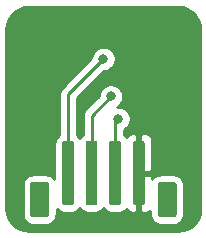
<source format=gbr>
G04 #@! TF.GenerationSoftware,KiCad,Pcbnew,5.1.5+dfsg1-2build2*
G04 #@! TF.CreationDate,2020-11-20T18:41:41+01:00*
G04 #@! TF.ProjectId,Lightdome_SensorPCB,4c696768-7464-46f6-9d65-5f53656e736f,1*
G04 #@! TF.SameCoordinates,Original*
G04 #@! TF.FileFunction,Copper,L2,Bot*
G04 #@! TF.FilePolarity,Positive*
%FSLAX46Y46*%
G04 Gerber Fmt 4.6, Leading zero omitted, Abs format (unit mm)*
G04 Created by KiCad (PCBNEW 5.1.5+dfsg1-2build2) date 2020-11-20 18:41:41*
%MOMM*%
%LPD*%
G04 APERTURE LIST*
%ADD10C,0.152400*%
%ADD11C,0.800000*%
%ADD12C,0.250000*%
%ADD13C,0.254000*%
G04 APERTURE END LIST*
G04 #@! TA.AperFunction,SMDPad,CuDef*
D10*
G36*
X149484504Y-94231204D02*
G01*
X149508773Y-94234804D01*
X149532571Y-94240765D01*
X149555671Y-94249030D01*
X149577849Y-94259520D01*
X149598893Y-94272133D01*
X149618598Y-94286747D01*
X149636777Y-94303223D01*
X149653253Y-94321402D01*
X149667867Y-94341107D01*
X149680480Y-94362151D01*
X149690970Y-94384329D01*
X149699235Y-94407429D01*
X149705196Y-94431227D01*
X149708796Y-94455496D01*
X149710000Y-94480000D01*
X149710000Y-96980000D01*
X149708796Y-97004504D01*
X149705196Y-97028773D01*
X149699235Y-97052571D01*
X149690970Y-97075671D01*
X149680480Y-97097849D01*
X149667867Y-97118893D01*
X149653253Y-97138598D01*
X149636777Y-97156777D01*
X149618598Y-97173253D01*
X149598893Y-97187867D01*
X149577849Y-97200480D01*
X149555671Y-97210970D01*
X149532571Y-97219235D01*
X149508773Y-97225196D01*
X149484504Y-97228796D01*
X149460000Y-97230000D01*
X148360000Y-97230000D01*
X148335496Y-97228796D01*
X148311227Y-97225196D01*
X148287429Y-97219235D01*
X148264329Y-97210970D01*
X148242151Y-97200480D01*
X148221107Y-97187867D01*
X148201402Y-97173253D01*
X148183223Y-97156777D01*
X148166747Y-97138598D01*
X148152133Y-97118893D01*
X148139520Y-97097849D01*
X148129030Y-97075671D01*
X148120765Y-97052571D01*
X148114804Y-97028773D01*
X148111204Y-97004504D01*
X148110000Y-96980000D01*
X148110000Y-94480000D01*
X148111204Y-94455496D01*
X148114804Y-94431227D01*
X148120765Y-94407429D01*
X148129030Y-94384329D01*
X148139520Y-94362151D01*
X148152133Y-94341107D01*
X148166747Y-94321402D01*
X148183223Y-94303223D01*
X148201402Y-94286747D01*
X148221107Y-94272133D01*
X148242151Y-94259520D01*
X148264329Y-94249030D01*
X148287429Y-94240765D01*
X148311227Y-94234804D01*
X148335496Y-94231204D01*
X148360000Y-94230000D01*
X149460000Y-94230000D01*
X149484504Y-94231204D01*
G37*
G04 #@! TD.AperFunction*
G04 #@! TA.AperFunction,SMDPad,CuDef*
G36*
X138684504Y-94231204D02*
G01*
X138708773Y-94234804D01*
X138732571Y-94240765D01*
X138755671Y-94249030D01*
X138777849Y-94259520D01*
X138798893Y-94272133D01*
X138818598Y-94286747D01*
X138836777Y-94303223D01*
X138853253Y-94321402D01*
X138867867Y-94341107D01*
X138880480Y-94362151D01*
X138890970Y-94384329D01*
X138899235Y-94407429D01*
X138905196Y-94431227D01*
X138908796Y-94455496D01*
X138910000Y-94480000D01*
X138910000Y-96980000D01*
X138908796Y-97004504D01*
X138905196Y-97028773D01*
X138899235Y-97052571D01*
X138890970Y-97075671D01*
X138880480Y-97097849D01*
X138867867Y-97118893D01*
X138853253Y-97138598D01*
X138836777Y-97156777D01*
X138818598Y-97173253D01*
X138798893Y-97187867D01*
X138777849Y-97200480D01*
X138755671Y-97210970D01*
X138732571Y-97219235D01*
X138708773Y-97225196D01*
X138684504Y-97228796D01*
X138660000Y-97230000D01*
X137560000Y-97230000D01*
X137535496Y-97228796D01*
X137511227Y-97225196D01*
X137487429Y-97219235D01*
X137464329Y-97210970D01*
X137442151Y-97200480D01*
X137421107Y-97187867D01*
X137401402Y-97173253D01*
X137383223Y-97156777D01*
X137366747Y-97138598D01*
X137352133Y-97118893D01*
X137339520Y-97097849D01*
X137329030Y-97075671D01*
X137320765Y-97052571D01*
X137314804Y-97028773D01*
X137311204Y-97004504D01*
X137310000Y-96980000D01*
X137310000Y-94480000D01*
X137311204Y-94455496D01*
X137314804Y-94431227D01*
X137320765Y-94407429D01*
X137329030Y-94384329D01*
X137339520Y-94362151D01*
X137352133Y-94341107D01*
X137366747Y-94321402D01*
X137383223Y-94303223D01*
X137401402Y-94286747D01*
X137421107Y-94272133D01*
X137442151Y-94259520D01*
X137464329Y-94249030D01*
X137487429Y-94240765D01*
X137511227Y-94234804D01*
X137535496Y-94231204D01*
X137560000Y-94230000D01*
X138660000Y-94230000D01*
X138684504Y-94231204D01*
G37*
G04 #@! TD.AperFunction*
G04 #@! TA.AperFunction,SMDPad,CuDef*
G36*
X146784504Y-90731204D02*
G01*
X146808773Y-90734804D01*
X146832571Y-90740765D01*
X146855671Y-90749030D01*
X146877849Y-90759520D01*
X146898893Y-90772133D01*
X146918598Y-90786747D01*
X146936777Y-90803223D01*
X146953253Y-90821402D01*
X146967867Y-90841107D01*
X146980480Y-90862151D01*
X146990970Y-90884329D01*
X146999235Y-90907429D01*
X147005196Y-90931227D01*
X147008796Y-90955496D01*
X147010000Y-90980000D01*
X147010000Y-95980000D01*
X147008796Y-96004504D01*
X147005196Y-96028773D01*
X146999235Y-96052571D01*
X146990970Y-96075671D01*
X146980480Y-96097849D01*
X146967867Y-96118893D01*
X146953253Y-96138598D01*
X146936777Y-96156777D01*
X146918598Y-96173253D01*
X146898893Y-96187867D01*
X146877849Y-96200480D01*
X146855671Y-96210970D01*
X146832571Y-96219235D01*
X146808773Y-96225196D01*
X146784504Y-96228796D01*
X146760000Y-96230000D01*
X146260000Y-96230000D01*
X146235496Y-96228796D01*
X146211227Y-96225196D01*
X146187429Y-96219235D01*
X146164329Y-96210970D01*
X146142151Y-96200480D01*
X146121107Y-96187867D01*
X146101402Y-96173253D01*
X146083223Y-96156777D01*
X146066747Y-96138598D01*
X146052133Y-96118893D01*
X146039520Y-96097849D01*
X146029030Y-96075671D01*
X146020765Y-96052571D01*
X146014804Y-96028773D01*
X146011204Y-96004504D01*
X146010000Y-95980000D01*
X146010000Y-90980000D01*
X146011204Y-90955496D01*
X146014804Y-90931227D01*
X146020765Y-90907429D01*
X146029030Y-90884329D01*
X146039520Y-90862151D01*
X146052133Y-90841107D01*
X146066747Y-90821402D01*
X146083223Y-90803223D01*
X146101402Y-90786747D01*
X146121107Y-90772133D01*
X146142151Y-90759520D01*
X146164329Y-90749030D01*
X146187429Y-90740765D01*
X146211227Y-90734804D01*
X146235496Y-90731204D01*
X146260000Y-90730000D01*
X146760000Y-90730000D01*
X146784504Y-90731204D01*
G37*
G04 #@! TD.AperFunction*
G04 #@! TA.AperFunction,SMDPad,CuDef*
G36*
X144784504Y-90731204D02*
G01*
X144808773Y-90734804D01*
X144832571Y-90740765D01*
X144855671Y-90749030D01*
X144877849Y-90759520D01*
X144898893Y-90772133D01*
X144918598Y-90786747D01*
X144936777Y-90803223D01*
X144953253Y-90821402D01*
X144967867Y-90841107D01*
X144980480Y-90862151D01*
X144990970Y-90884329D01*
X144999235Y-90907429D01*
X145005196Y-90931227D01*
X145008796Y-90955496D01*
X145010000Y-90980000D01*
X145010000Y-95980000D01*
X145008796Y-96004504D01*
X145005196Y-96028773D01*
X144999235Y-96052571D01*
X144990970Y-96075671D01*
X144980480Y-96097849D01*
X144967867Y-96118893D01*
X144953253Y-96138598D01*
X144936777Y-96156777D01*
X144918598Y-96173253D01*
X144898893Y-96187867D01*
X144877849Y-96200480D01*
X144855671Y-96210970D01*
X144832571Y-96219235D01*
X144808773Y-96225196D01*
X144784504Y-96228796D01*
X144760000Y-96230000D01*
X144260000Y-96230000D01*
X144235496Y-96228796D01*
X144211227Y-96225196D01*
X144187429Y-96219235D01*
X144164329Y-96210970D01*
X144142151Y-96200480D01*
X144121107Y-96187867D01*
X144101402Y-96173253D01*
X144083223Y-96156777D01*
X144066747Y-96138598D01*
X144052133Y-96118893D01*
X144039520Y-96097849D01*
X144029030Y-96075671D01*
X144020765Y-96052571D01*
X144014804Y-96028773D01*
X144011204Y-96004504D01*
X144010000Y-95980000D01*
X144010000Y-90980000D01*
X144011204Y-90955496D01*
X144014804Y-90931227D01*
X144020765Y-90907429D01*
X144029030Y-90884329D01*
X144039520Y-90862151D01*
X144052133Y-90841107D01*
X144066747Y-90821402D01*
X144083223Y-90803223D01*
X144101402Y-90786747D01*
X144121107Y-90772133D01*
X144142151Y-90759520D01*
X144164329Y-90749030D01*
X144187429Y-90740765D01*
X144211227Y-90734804D01*
X144235496Y-90731204D01*
X144260000Y-90730000D01*
X144760000Y-90730000D01*
X144784504Y-90731204D01*
G37*
G04 #@! TD.AperFunction*
G04 #@! TA.AperFunction,SMDPad,CuDef*
G36*
X142784504Y-90731204D02*
G01*
X142808773Y-90734804D01*
X142832571Y-90740765D01*
X142855671Y-90749030D01*
X142877849Y-90759520D01*
X142898893Y-90772133D01*
X142918598Y-90786747D01*
X142936777Y-90803223D01*
X142953253Y-90821402D01*
X142967867Y-90841107D01*
X142980480Y-90862151D01*
X142990970Y-90884329D01*
X142999235Y-90907429D01*
X143005196Y-90931227D01*
X143008796Y-90955496D01*
X143010000Y-90980000D01*
X143010000Y-95980000D01*
X143008796Y-96004504D01*
X143005196Y-96028773D01*
X142999235Y-96052571D01*
X142990970Y-96075671D01*
X142980480Y-96097849D01*
X142967867Y-96118893D01*
X142953253Y-96138598D01*
X142936777Y-96156777D01*
X142918598Y-96173253D01*
X142898893Y-96187867D01*
X142877849Y-96200480D01*
X142855671Y-96210970D01*
X142832571Y-96219235D01*
X142808773Y-96225196D01*
X142784504Y-96228796D01*
X142760000Y-96230000D01*
X142260000Y-96230000D01*
X142235496Y-96228796D01*
X142211227Y-96225196D01*
X142187429Y-96219235D01*
X142164329Y-96210970D01*
X142142151Y-96200480D01*
X142121107Y-96187867D01*
X142101402Y-96173253D01*
X142083223Y-96156777D01*
X142066747Y-96138598D01*
X142052133Y-96118893D01*
X142039520Y-96097849D01*
X142029030Y-96075671D01*
X142020765Y-96052571D01*
X142014804Y-96028773D01*
X142011204Y-96004504D01*
X142010000Y-95980000D01*
X142010000Y-90980000D01*
X142011204Y-90955496D01*
X142014804Y-90931227D01*
X142020765Y-90907429D01*
X142029030Y-90884329D01*
X142039520Y-90862151D01*
X142052133Y-90841107D01*
X142066747Y-90821402D01*
X142083223Y-90803223D01*
X142101402Y-90786747D01*
X142121107Y-90772133D01*
X142142151Y-90759520D01*
X142164329Y-90749030D01*
X142187429Y-90740765D01*
X142211227Y-90734804D01*
X142235496Y-90731204D01*
X142260000Y-90730000D01*
X142760000Y-90730000D01*
X142784504Y-90731204D01*
G37*
G04 #@! TD.AperFunction*
G04 #@! TA.AperFunction,SMDPad,CuDef*
G36*
X140784504Y-90731204D02*
G01*
X140808773Y-90734804D01*
X140832571Y-90740765D01*
X140855671Y-90749030D01*
X140877849Y-90759520D01*
X140898893Y-90772133D01*
X140918598Y-90786747D01*
X140936777Y-90803223D01*
X140953253Y-90821402D01*
X140967867Y-90841107D01*
X140980480Y-90862151D01*
X140990970Y-90884329D01*
X140999235Y-90907429D01*
X141005196Y-90931227D01*
X141008796Y-90955496D01*
X141010000Y-90980000D01*
X141010000Y-95980000D01*
X141008796Y-96004504D01*
X141005196Y-96028773D01*
X140999235Y-96052571D01*
X140990970Y-96075671D01*
X140980480Y-96097849D01*
X140967867Y-96118893D01*
X140953253Y-96138598D01*
X140936777Y-96156777D01*
X140918598Y-96173253D01*
X140898893Y-96187867D01*
X140877849Y-96200480D01*
X140855671Y-96210970D01*
X140832571Y-96219235D01*
X140808773Y-96225196D01*
X140784504Y-96228796D01*
X140760000Y-96230000D01*
X140260000Y-96230000D01*
X140235496Y-96228796D01*
X140211227Y-96225196D01*
X140187429Y-96219235D01*
X140164329Y-96210970D01*
X140142151Y-96200480D01*
X140121107Y-96187867D01*
X140101402Y-96173253D01*
X140083223Y-96156777D01*
X140066747Y-96138598D01*
X140052133Y-96118893D01*
X140039520Y-96097849D01*
X140029030Y-96075671D01*
X140020765Y-96052571D01*
X140014804Y-96028773D01*
X140011204Y-96004504D01*
X140010000Y-95980000D01*
X140010000Y-90980000D01*
X140011204Y-90955496D01*
X140014804Y-90931227D01*
X140020765Y-90907429D01*
X140029030Y-90884329D01*
X140039520Y-90862151D01*
X140052133Y-90841107D01*
X140066747Y-90821402D01*
X140083223Y-90803223D01*
X140101402Y-90786747D01*
X140121107Y-90772133D01*
X140142151Y-90759520D01*
X140164329Y-90749030D01*
X140187429Y-90740765D01*
X140211227Y-90734804D01*
X140235496Y-90731204D01*
X140260000Y-90730000D01*
X140760000Y-90730000D01*
X140784504Y-90731204D01*
G37*
G04 #@! TD.AperFunction*
D11*
X137160000Y-82550000D03*
X146050000Y-85090000D03*
X144780000Y-88900000D03*
X144145000Y-86995000D03*
X143510000Y-83820000D03*
D12*
X144510000Y-89170000D02*
X144780000Y-88900000D01*
X144510000Y-93480000D02*
X144510000Y-89170000D01*
X142510000Y-88630000D02*
X144145000Y-86995000D01*
X142510000Y-93480000D02*
X142510000Y-88630000D01*
X140510000Y-86820000D02*
X140510000Y-93480000D01*
X143510000Y-83820000D02*
X140510000Y-86820000D01*
D13*
G36*
X150219668Y-79463551D02*
G01*
X150565634Y-79568004D01*
X150884724Y-79737667D01*
X151164781Y-79966076D01*
X151395141Y-80244534D01*
X151567027Y-80562430D01*
X151673893Y-80907658D01*
X151715000Y-81298753D01*
X151715001Y-96486485D01*
X151676449Y-96879667D01*
X151571996Y-97225635D01*
X151402333Y-97544724D01*
X151173924Y-97824781D01*
X150895466Y-98055141D01*
X150577570Y-98227027D01*
X150232340Y-98333894D01*
X149841238Y-98375000D01*
X137193505Y-98375000D01*
X136800333Y-98336449D01*
X136454365Y-98231996D01*
X136135276Y-98062333D01*
X135855219Y-97833924D01*
X135624859Y-97555466D01*
X135452973Y-97237570D01*
X135346106Y-96892340D01*
X135305000Y-96501238D01*
X135305000Y-94480000D01*
X136671928Y-94480000D01*
X136671928Y-96980000D01*
X136688992Y-97153254D01*
X136739528Y-97319850D01*
X136821595Y-97473386D01*
X136932038Y-97607962D01*
X137066614Y-97718405D01*
X137220150Y-97800472D01*
X137386746Y-97851008D01*
X137560000Y-97868072D01*
X138660000Y-97868072D01*
X138833254Y-97851008D01*
X138999850Y-97800472D01*
X139153386Y-97718405D01*
X139287962Y-97607962D01*
X139398405Y-97473386D01*
X139480472Y-97319850D01*
X139531008Y-97153254D01*
X139548072Y-96980000D01*
X139548072Y-96505649D01*
X139632038Y-96607962D01*
X139766614Y-96718405D01*
X139920150Y-96800472D01*
X140086746Y-96851008D01*
X140260000Y-96868072D01*
X140760000Y-96868072D01*
X140933254Y-96851008D01*
X141099850Y-96800472D01*
X141253386Y-96718405D01*
X141387962Y-96607962D01*
X141498405Y-96473386D01*
X141510000Y-96451693D01*
X141521595Y-96473386D01*
X141632038Y-96607962D01*
X141766614Y-96718405D01*
X141920150Y-96800472D01*
X142086746Y-96851008D01*
X142260000Y-96868072D01*
X142760000Y-96868072D01*
X142933254Y-96851008D01*
X143099850Y-96800472D01*
X143253386Y-96718405D01*
X143387962Y-96607962D01*
X143498405Y-96473386D01*
X143510000Y-96451693D01*
X143521595Y-96473386D01*
X143632038Y-96607962D01*
X143766614Y-96718405D01*
X143920150Y-96800472D01*
X144086746Y-96851008D01*
X144260000Y-96868072D01*
X144760000Y-96868072D01*
X144933254Y-96851008D01*
X145099850Y-96800472D01*
X145253386Y-96718405D01*
X145387962Y-96607962D01*
X145450969Y-96531187D01*
X145479463Y-96584494D01*
X145558815Y-96681185D01*
X145655506Y-96760537D01*
X145765820Y-96819502D01*
X145885518Y-96855812D01*
X146010000Y-96868072D01*
X146224250Y-96865000D01*
X146383000Y-96706250D01*
X146383000Y-93607000D01*
X146637000Y-93607000D01*
X146637000Y-96706250D01*
X146795750Y-96865000D01*
X147010000Y-96868072D01*
X147134482Y-96855812D01*
X147254180Y-96819502D01*
X147364494Y-96760537D01*
X147461185Y-96681185D01*
X147471928Y-96668095D01*
X147471928Y-96980000D01*
X147488992Y-97153254D01*
X147539528Y-97319850D01*
X147621595Y-97473386D01*
X147732038Y-97607962D01*
X147866614Y-97718405D01*
X148020150Y-97800472D01*
X148186746Y-97851008D01*
X148360000Y-97868072D01*
X149460000Y-97868072D01*
X149633254Y-97851008D01*
X149799850Y-97800472D01*
X149953386Y-97718405D01*
X150087962Y-97607962D01*
X150198405Y-97473386D01*
X150280472Y-97319850D01*
X150331008Y-97153254D01*
X150348072Y-96980000D01*
X150348072Y-94480000D01*
X150331008Y-94306746D01*
X150280472Y-94140150D01*
X150198405Y-93986614D01*
X150087962Y-93852038D01*
X149953386Y-93741595D01*
X149799850Y-93659528D01*
X149633254Y-93608992D01*
X149460000Y-93591928D01*
X148360000Y-93591928D01*
X148186746Y-93608992D01*
X148020150Y-93659528D01*
X147866614Y-93741595D01*
X147732038Y-93852038D01*
X147645239Y-93957803D01*
X147645000Y-93765750D01*
X147486250Y-93607000D01*
X146637000Y-93607000D01*
X146383000Y-93607000D01*
X146363000Y-93607000D01*
X146363000Y-93353000D01*
X146383000Y-93353000D01*
X146383000Y-90253750D01*
X146637000Y-90253750D01*
X146637000Y-93353000D01*
X147486250Y-93353000D01*
X147645000Y-93194250D01*
X147648072Y-90730000D01*
X147635812Y-90605518D01*
X147599502Y-90485820D01*
X147540537Y-90375506D01*
X147461185Y-90278815D01*
X147364494Y-90199463D01*
X147254180Y-90140498D01*
X147134482Y-90104188D01*
X147010000Y-90091928D01*
X146795750Y-90095000D01*
X146637000Y-90253750D01*
X146383000Y-90253750D01*
X146224250Y-90095000D01*
X146010000Y-90091928D01*
X145885518Y-90104188D01*
X145765820Y-90140498D01*
X145655506Y-90199463D01*
X145558815Y-90278815D01*
X145479463Y-90375506D01*
X145450969Y-90428813D01*
X145387962Y-90352038D01*
X145270000Y-90255230D01*
X145270000Y-89817311D01*
X145270256Y-89817205D01*
X145439774Y-89703937D01*
X145583937Y-89559774D01*
X145697205Y-89390256D01*
X145775226Y-89201898D01*
X145815000Y-89001939D01*
X145815000Y-88798061D01*
X145775226Y-88598102D01*
X145697205Y-88409744D01*
X145583937Y-88240226D01*
X145439774Y-88096063D01*
X145270256Y-87982795D01*
X145081898Y-87904774D01*
X144881939Y-87865000D01*
X144705903Y-87865000D01*
X144804774Y-87798937D01*
X144948937Y-87654774D01*
X145062205Y-87485256D01*
X145140226Y-87296898D01*
X145180000Y-87096939D01*
X145180000Y-86893061D01*
X145140226Y-86693102D01*
X145062205Y-86504744D01*
X144948937Y-86335226D01*
X144804774Y-86191063D01*
X144635256Y-86077795D01*
X144446898Y-85999774D01*
X144246939Y-85960000D01*
X144043061Y-85960000D01*
X143843102Y-85999774D01*
X143654744Y-86077795D01*
X143485226Y-86191063D01*
X143341063Y-86335226D01*
X143227795Y-86504744D01*
X143149774Y-86693102D01*
X143110000Y-86893061D01*
X143110000Y-86955198D01*
X141998998Y-88066201D01*
X141970000Y-88089999D01*
X141946202Y-88118997D01*
X141946201Y-88118998D01*
X141875026Y-88205724D01*
X141804454Y-88337754D01*
X141783655Y-88406323D01*
X141766022Y-88464454D01*
X141760998Y-88481015D01*
X141746324Y-88630000D01*
X141750001Y-88667332D01*
X141750001Y-90255229D01*
X141632038Y-90352038D01*
X141521595Y-90486614D01*
X141510000Y-90508307D01*
X141498405Y-90486614D01*
X141387962Y-90352038D01*
X141270000Y-90255230D01*
X141270000Y-87134801D01*
X143549802Y-84855000D01*
X143611939Y-84855000D01*
X143811898Y-84815226D01*
X144000256Y-84737205D01*
X144169774Y-84623937D01*
X144313937Y-84479774D01*
X144427205Y-84310256D01*
X144505226Y-84121898D01*
X144545000Y-83921939D01*
X144545000Y-83718061D01*
X144505226Y-83518102D01*
X144427205Y-83329744D01*
X144313937Y-83160226D01*
X144169774Y-83016063D01*
X144000256Y-82902795D01*
X143811898Y-82824774D01*
X143611939Y-82785000D01*
X143408061Y-82785000D01*
X143208102Y-82824774D01*
X143019744Y-82902795D01*
X142850226Y-83016063D01*
X142706063Y-83160226D01*
X142592795Y-83329744D01*
X142514774Y-83518102D01*
X142475000Y-83718061D01*
X142475000Y-83780198D01*
X139999003Y-86256196D01*
X139969999Y-86279999D01*
X139924676Y-86335226D01*
X139875026Y-86395724D01*
X139856063Y-86431201D01*
X139804454Y-86527754D01*
X139760997Y-86671015D01*
X139750000Y-86782668D01*
X139750000Y-86782678D01*
X139746324Y-86820000D01*
X139750000Y-86857323D01*
X139750001Y-90255229D01*
X139632038Y-90352038D01*
X139521595Y-90486614D01*
X139439528Y-90640150D01*
X139388992Y-90806746D01*
X139371928Y-90980000D01*
X139371928Y-93954351D01*
X139287962Y-93852038D01*
X139153386Y-93741595D01*
X138999850Y-93659528D01*
X138833254Y-93608992D01*
X138660000Y-93591928D01*
X137560000Y-93591928D01*
X137386746Y-93608992D01*
X137220150Y-93659528D01*
X137066614Y-93741595D01*
X136932038Y-93852038D01*
X136821595Y-93986614D01*
X136739528Y-94140150D01*
X136688992Y-94306746D01*
X136671928Y-94480000D01*
X135305000Y-94480000D01*
X135305000Y-81313504D01*
X135343551Y-80920332D01*
X135448004Y-80574366D01*
X135617667Y-80255276D01*
X135846076Y-79975219D01*
X136124534Y-79744859D01*
X136442430Y-79572973D01*
X136787658Y-79466107D01*
X137178753Y-79425000D01*
X149826496Y-79425000D01*
X150219668Y-79463551D01*
G37*
X150219668Y-79463551D02*
X150565634Y-79568004D01*
X150884724Y-79737667D01*
X151164781Y-79966076D01*
X151395141Y-80244534D01*
X151567027Y-80562430D01*
X151673893Y-80907658D01*
X151715000Y-81298753D01*
X151715001Y-96486485D01*
X151676449Y-96879667D01*
X151571996Y-97225635D01*
X151402333Y-97544724D01*
X151173924Y-97824781D01*
X150895466Y-98055141D01*
X150577570Y-98227027D01*
X150232340Y-98333894D01*
X149841238Y-98375000D01*
X137193505Y-98375000D01*
X136800333Y-98336449D01*
X136454365Y-98231996D01*
X136135276Y-98062333D01*
X135855219Y-97833924D01*
X135624859Y-97555466D01*
X135452973Y-97237570D01*
X135346106Y-96892340D01*
X135305000Y-96501238D01*
X135305000Y-94480000D01*
X136671928Y-94480000D01*
X136671928Y-96980000D01*
X136688992Y-97153254D01*
X136739528Y-97319850D01*
X136821595Y-97473386D01*
X136932038Y-97607962D01*
X137066614Y-97718405D01*
X137220150Y-97800472D01*
X137386746Y-97851008D01*
X137560000Y-97868072D01*
X138660000Y-97868072D01*
X138833254Y-97851008D01*
X138999850Y-97800472D01*
X139153386Y-97718405D01*
X139287962Y-97607962D01*
X139398405Y-97473386D01*
X139480472Y-97319850D01*
X139531008Y-97153254D01*
X139548072Y-96980000D01*
X139548072Y-96505649D01*
X139632038Y-96607962D01*
X139766614Y-96718405D01*
X139920150Y-96800472D01*
X140086746Y-96851008D01*
X140260000Y-96868072D01*
X140760000Y-96868072D01*
X140933254Y-96851008D01*
X141099850Y-96800472D01*
X141253386Y-96718405D01*
X141387962Y-96607962D01*
X141498405Y-96473386D01*
X141510000Y-96451693D01*
X141521595Y-96473386D01*
X141632038Y-96607962D01*
X141766614Y-96718405D01*
X141920150Y-96800472D01*
X142086746Y-96851008D01*
X142260000Y-96868072D01*
X142760000Y-96868072D01*
X142933254Y-96851008D01*
X143099850Y-96800472D01*
X143253386Y-96718405D01*
X143387962Y-96607962D01*
X143498405Y-96473386D01*
X143510000Y-96451693D01*
X143521595Y-96473386D01*
X143632038Y-96607962D01*
X143766614Y-96718405D01*
X143920150Y-96800472D01*
X144086746Y-96851008D01*
X144260000Y-96868072D01*
X144760000Y-96868072D01*
X144933254Y-96851008D01*
X145099850Y-96800472D01*
X145253386Y-96718405D01*
X145387962Y-96607962D01*
X145450969Y-96531187D01*
X145479463Y-96584494D01*
X145558815Y-96681185D01*
X145655506Y-96760537D01*
X145765820Y-96819502D01*
X145885518Y-96855812D01*
X146010000Y-96868072D01*
X146224250Y-96865000D01*
X146383000Y-96706250D01*
X146383000Y-93607000D01*
X146637000Y-93607000D01*
X146637000Y-96706250D01*
X146795750Y-96865000D01*
X147010000Y-96868072D01*
X147134482Y-96855812D01*
X147254180Y-96819502D01*
X147364494Y-96760537D01*
X147461185Y-96681185D01*
X147471928Y-96668095D01*
X147471928Y-96980000D01*
X147488992Y-97153254D01*
X147539528Y-97319850D01*
X147621595Y-97473386D01*
X147732038Y-97607962D01*
X147866614Y-97718405D01*
X148020150Y-97800472D01*
X148186746Y-97851008D01*
X148360000Y-97868072D01*
X149460000Y-97868072D01*
X149633254Y-97851008D01*
X149799850Y-97800472D01*
X149953386Y-97718405D01*
X150087962Y-97607962D01*
X150198405Y-97473386D01*
X150280472Y-97319850D01*
X150331008Y-97153254D01*
X150348072Y-96980000D01*
X150348072Y-94480000D01*
X150331008Y-94306746D01*
X150280472Y-94140150D01*
X150198405Y-93986614D01*
X150087962Y-93852038D01*
X149953386Y-93741595D01*
X149799850Y-93659528D01*
X149633254Y-93608992D01*
X149460000Y-93591928D01*
X148360000Y-93591928D01*
X148186746Y-93608992D01*
X148020150Y-93659528D01*
X147866614Y-93741595D01*
X147732038Y-93852038D01*
X147645239Y-93957803D01*
X147645000Y-93765750D01*
X147486250Y-93607000D01*
X146637000Y-93607000D01*
X146383000Y-93607000D01*
X146363000Y-93607000D01*
X146363000Y-93353000D01*
X146383000Y-93353000D01*
X146383000Y-90253750D01*
X146637000Y-90253750D01*
X146637000Y-93353000D01*
X147486250Y-93353000D01*
X147645000Y-93194250D01*
X147648072Y-90730000D01*
X147635812Y-90605518D01*
X147599502Y-90485820D01*
X147540537Y-90375506D01*
X147461185Y-90278815D01*
X147364494Y-90199463D01*
X147254180Y-90140498D01*
X147134482Y-90104188D01*
X147010000Y-90091928D01*
X146795750Y-90095000D01*
X146637000Y-90253750D01*
X146383000Y-90253750D01*
X146224250Y-90095000D01*
X146010000Y-90091928D01*
X145885518Y-90104188D01*
X145765820Y-90140498D01*
X145655506Y-90199463D01*
X145558815Y-90278815D01*
X145479463Y-90375506D01*
X145450969Y-90428813D01*
X145387962Y-90352038D01*
X145270000Y-90255230D01*
X145270000Y-89817311D01*
X145270256Y-89817205D01*
X145439774Y-89703937D01*
X145583937Y-89559774D01*
X145697205Y-89390256D01*
X145775226Y-89201898D01*
X145815000Y-89001939D01*
X145815000Y-88798061D01*
X145775226Y-88598102D01*
X145697205Y-88409744D01*
X145583937Y-88240226D01*
X145439774Y-88096063D01*
X145270256Y-87982795D01*
X145081898Y-87904774D01*
X144881939Y-87865000D01*
X144705903Y-87865000D01*
X144804774Y-87798937D01*
X144948937Y-87654774D01*
X145062205Y-87485256D01*
X145140226Y-87296898D01*
X145180000Y-87096939D01*
X145180000Y-86893061D01*
X145140226Y-86693102D01*
X145062205Y-86504744D01*
X144948937Y-86335226D01*
X144804774Y-86191063D01*
X144635256Y-86077795D01*
X144446898Y-85999774D01*
X144246939Y-85960000D01*
X144043061Y-85960000D01*
X143843102Y-85999774D01*
X143654744Y-86077795D01*
X143485226Y-86191063D01*
X143341063Y-86335226D01*
X143227795Y-86504744D01*
X143149774Y-86693102D01*
X143110000Y-86893061D01*
X143110000Y-86955198D01*
X141998998Y-88066201D01*
X141970000Y-88089999D01*
X141946202Y-88118997D01*
X141946201Y-88118998D01*
X141875026Y-88205724D01*
X141804454Y-88337754D01*
X141783655Y-88406323D01*
X141766022Y-88464454D01*
X141760998Y-88481015D01*
X141746324Y-88630000D01*
X141750001Y-88667332D01*
X141750001Y-90255229D01*
X141632038Y-90352038D01*
X141521595Y-90486614D01*
X141510000Y-90508307D01*
X141498405Y-90486614D01*
X141387962Y-90352038D01*
X141270000Y-90255230D01*
X141270000Y-87134801D01*
X143549802Y-84855000D01*
X143611939Y-84855000D01*
X143811898Y-84815226D01*
X144000256Y-84737205D01*
X144169774Y-84623937D01*
X144313937Y-84479774D01*
X144427205Y-84310256D01*
X144505226Y-84121898D01*
X144545000Y-83921939D01*
X144545000Y-83718061D01*
X144505226Y-83518102D01*
X144427205Y-83329744D01*
X144313937Y-83160226D01*
X144169774Y-83016063D01*
X144000256Y-82902795D01*
X143811898Y-82824774D01*
X143611939Y-82785000D01*
X143408061Y-82785000D01*
X143208102Y-82824774D01*
X143019744Y-82902795D01*
X142850226Y-83016063D01*
X142706063Y-83160226D01*
X142592795Y-83329744D01*
X142514774Y-83518102D01*
X142475000Y-83718061D01*
X142475000Y-83780198D01*
X139999003Y-86256196D01*
X139969999Y-86279999D01*
X139924676Y-86335226D01*
X139875026Y-86395724D01*
X139856063Y-86431201D01*
X139804454Y-86527754D01*
X139760997Y-86671015D01*
X139750000Y-86782668D01*
X139750000Y-86782678D01*
X139746324Y-86820000D01*
X139750000Y-86857323D01*
X139750001Y-90255229D01*
X139632038Y-90352038D01*
X139521595Y-90486614D01*
X139439528Y-90640150D01*
X139388992Y-90806746D01*
X139371928Y-90980000D01*
X139371928Y-93954351D01*
X139287962Y-93852038D01*
X139153386Y-93741595D01*
X138999850Y-93659528D01*
X138833254Y-93608992D01*
X138660000Y-93591928D01*
X137560000Y-93591928D01*
X137386746Y-93608992D01*
X137220150Y-93659528D01*
X137066614Y-93741595D01*
X136932038Y-93852038D01*
X136821595Y-93986614D01*
X136739528Y-94140150D01*
X136688992Y-94306746D01*
X136671928Y-94480000D01*
X135305000Y-94480000D01*
X135305000Y-81313504D01*
X135343551Y-80920332D01*
X135448004Y-80574366D01*
X135617667Y-80255276D01*
X135846076Y-79975219D01*
X136124534Y-79744859D01*
X136442430Y-79572973D01*
X136787658Y-79466107D01*
X137178753Y-79425000D01*
X149826496Y-79425000D01*
X150219668Y-79463551D01*
M02*

</source>
